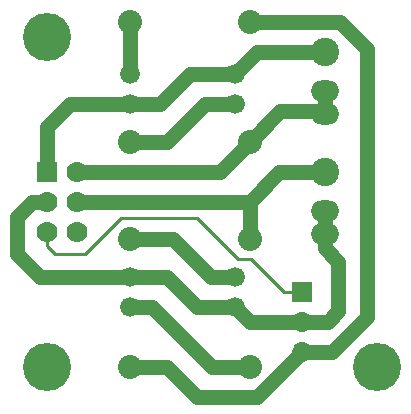
<source format=gtl>
G04 #@! TF.FileFunction,Copper,L1,Top,Signal*
%FSLAX46Y46*%
G04 Gerber Fmt 4.6, Leading zero omitted, Abs format (unit mm)*
G04 Created by KiCad (PCBNEW 4.0.7-e2-6376~58~ubuntu16.04.1) date Fri Sep 22 12:28:16 2017*
%MOMM*%
%LPD*%
G01*
G04 APERTURE LIST*
%ADD10C,0.050800*%
%ADD11R,1.700000X1.700000*%
%ADD12O,1.700000X1.700000*%
%ADD13C,1.676400*%
%ADD14R,1.778000X1.778000*%
%ADD15C,1.778000*%
%ADD16C,2.032000*%
%ADD17C,4.064000*%
%ADD18C,2.400000*%
%ADD19O,2.400000X1.800000*%
%ADD20C,1.270000*%
%ADD21C,0.250000*%
G04 APERTURE END LIST*
D10*
D11*
X80645000Y-54610000D03*
D12*
X80645000Y-57150000D03*
X80645000Y-59690000D03*
D13*
X74930000Y-36195000D03*
X74930000Y-38735000D03*
X66040000Y-38735000D03*
X66040000Y-36195000D03*
X74930000Y-55880000D03*
X74930000Y-53340000D03*
X66040000Y-53340000D03*
X66040000Y-55880000D03*
D14*
X59055000Y-44450000D03*
D15*
X61595000Y-44450000D03*
X59055000Y-46990000D03*
X61595000Y-46990000D03*
X59055000Y-49530000D03*
X61595000Y-49530000D03*
D16*
X66040000Y-41910000D03*
X76200000Y-41910000D03*
X66040000Y-31750000D03*
X76200000Y-31750000D03*
X66040000Y-50165000D03*
X76200000Y-50165000D03*
X76200000Y-60960000D03*
X66040000Y-60960000D03*
D17*
X59055000Y-33020000D03*
X59055000Y-60960000D03*
X86995000Y-60960000D03*
D18*
X82550000Y-44490000D03*
D19*
X82550000Y-49690000D03*
X82550000Y-47790000D03*
D18*
X82550000Y-34330000D03*
D19*
X82550000Y-39530000D03*
X82550000Y-37630000D03*
D20*
X82550000Y-34330000D02*
X76795000Y-34330000D01*
X59055000Y-44450000D02*
X59055000Y-40640000D01*
X59055000Y-40640000D02*
X60960000Y-38735000D01*
X82550000Y-34330000D02*
X80852944Y-34330000D01*
X74930000Y-36195000D02*
X71120000Y-36195000D01*
X68580000Y-38735000D02*
X71120000Y-36195000D01*
X76795000Y-34330000D02*
X74930000Y-36195000D01*
X66040000Y-38735000D02*
X68580000Y-38735000D01*
X66040000Y-38735000D02*
X60960000Y-38735000D01*
X82804000Y-57150000D02*
X83693000Y-56261000D01*
X82550000Y-50927000D02*
X83693000Y-52070000D01*
X83693000Y-52070000D02*
X83693000Y-56261000D01*
X82550000Y-49490000D02*
X82550000Y-50927000D01*
X80645000Y-57150000D02*
X82804000Y-57150000D01*
X80645000Y-57150000D02*
X76200000Y-57150000D01*
X76200000Y-57150000D02*
X74930000Y-55880000D01*
X57785000Y-46990000D02*
X59055000Y-46990000D01*
X82550000Y-47990000D02*
X82550000Y-49490000D01*
X71755000Y-55880000D02*
X69215000Y-53340000D01*
X74930000Y-55880000D02*
X71755000Y-55880000D01*
X66040000Y-53340000D02*
X58420000Y-53340000D01*
X58420000Y-53340000D02*
X56515000Y-51435000D01*
X56515000Y-51435000D02*
X56515000Y-48260000D01*
X56515000Y-48260000D02*
X57785000Y-46990000D01*
X69215000Y-53340000D02*
X66040000Y-53340000D01*
X82550000Y-39330000D02*
X78780000Y-39330000D01*
X78780000Y-39330000D02*
X76200000Y-41910000D01*
X61595000Y-44450000D02*
X73660000Y-44450000D01*
X73660000Y-44450000D02*
X76200000Y-41910000D01*
X61595000Y-44450000D02*
X63500000Y-44450000D01*
X82550000Y-39330000D02*
X82550000Y-37830000D01*
X82550000Y-44490000D02*
X78700000Y-44490000D01*
X78700000Y-44490000D02*
X76200000Y-46990000D01*
X76200000Y-46990000D02*
X74295000Y-46990000D01*
X76200000Y-50165000D02*
X76200000Y-48728160D01*
X76200000Y-48728160D02*
X76200000Y-46990000D01*
X69215000Y-46990000D02*
X74295000Y-46990000D01*
X61595000Y-46990000D02*
X69215000Y-46990000D01*
D21*
X59055000Y-49530000D02*
X59055000Y-50787235D01*
X59055000Y-50787235D02*
X59702765Y-51435000D01*
X59702765Y-51435000D02*
X62230000Y-51435000D01*
X62230000Y-51435000D02*
X65278000Y-48387000D01*
X65278000Y-48387000D02*
X71755000Y-48387000D01*
X71755000Y-48387000D02*
X75184000Y-51816000D01*
X75184000Y-51816000D02*
X76327000Y-51816000D01*
X76327000Y-51816000D02*
X79121000Y-54610000D01*
X79121000Y-54610000D02*
X80645000Y-54610000D01*
D20*
X80645000Y-59690000D02*
X83185000Y-59690000D01*
X83185000Y-59690000D02*
X86106000Y-56769000D01*
X86106000Y-34036000D02*
X83820000Y-31750000D01*
X86106000Y-56769000D02*
X86106000Y-34036000D01*
X83820000Y-31750000D02*
X76200000Y-31750000D01*
X80645000Y-59690000D02*
X78105000Y-62230000D01*
X69215000Y-60960000D02*
X66040000Y-60960000D01*
X76835000Y-63500000D02*
X71755000Y-63500000D01*
X78105000Y-62230000D02*
X76835000Y-63500000D01*
X71755000Y-63500000D02*
X69215000Y-60960000D01*
X66040000Y-41910000D02*
X69215000Y-41910000D01*
X69215000Y-41910000D02*
X72390000Y-38735000D01*
X72390000Y-38735000D02*
X74930000Y-38735000D01*
X66040000Y-36195000D02*
X66040000Y-31750000D01*
X66040000Y-50165000D02*
X69723000Y-50165000D01*
X74930000Y-53340000D02*
X72898000Y-53340000D01*
X72898000Y-53340000D02*
X69723000Y-50165000D01*
X67945000Y-55880000D02*
X66040000Y-55880000D01*
X73025000Y-60960000D02*
X67945000Y-55880000D01*
X76200000Y-60960000D02*
X73025000Y-60960000D01*
M02*

</source>
